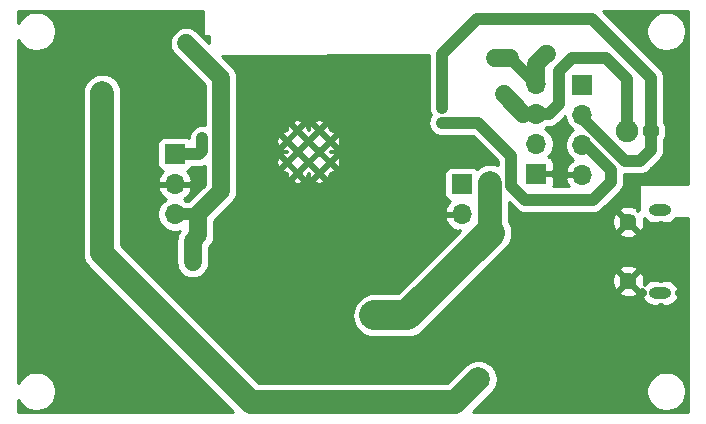
<source format=gbl>
G04 #@! TF.GenerationSoftware,KiCad,Pcbnew,(5.1.9)-1*
G04 #@! TF.CreationDate,2021-04-15T13:25:18+02:00*
G04 #@! TF.ProjectId,microfoon,6d696372-6f66-46f6-9f6e-2e6b69636164,rev?*
G04 #@! TF.SameCoordinates,Original*
G04 #@! TF.FileFunction,Copper,L2,Bot*
G04 #@! TF.FilePolarity,Positive*
%FSLAX46Y46*%
G04 Gerber Fmt 4.6, Leading zero omitted, Abs format (unit mm)*
G04 Created by KiCad (PCBNEW (5.1.9)-1) date 2021-04-15 13:25:18*
%MOMM*%
%LPD*%
G01*
G04 APERTURE LIST*
G04 #@! TA.AperFunction,ComponentPad*
%ADD10C,1.450000*%
G04 #@! TD*
G04 #@! TA.AperFunction,ComponentPad*
%ADD11O,1.900000X0.950000*%
G04 #@! TD*
G04 #@! TA.AperFunction,ComponentPad*
%ADD12C,0.500000*%
G04 #@! TD*
G04 #@! TA.AperFunction,ComponentPad*
%ADD13R,1.700000X1.700000*%
G04 #@! TD*
G04 #@! TA.AperFunction,ComponentPad*
%ADD14O,1.700000X1.700000*%
G04 #@! TD*
G04 #@! TA.AperFunction,ViaPad*
%ADD15C,1.700000*%
G04 #@! TD*
G04 #@! TA.AperFunction,ViaPad*
%ADD16C,2.000000*%
G04 #@! TD*
G04 #@! TA.AperFunction,ViaPad*
%ADD17C,1.000000*%
G04 #@! TD*
G04 #@! TA.AperFunction,ViaPad*
%ADD18C,1.200000*%
G04 #@! TD*
G04 #@! TA.AperFunction,ViaPad*
%ADD19C,0.800000*%
G04 #@! TD*
G04 #@! TA.AperFunction,ViaPad*
%ADD20C,1.400000*%
G04 #@! TD*
G04 #@! TA.AperFunction,ViaPad*
%ADD21C,1.900000*%
G04 #@! TD*
G04 #@! TA.AperFunction,ViaPad*
%ADD22C,1.500000*%
G04 #@! TD*
G04 #@! TA.AperFunction,Conductor*
%ADD23C,1.500000*%
G04 #@! TD*
G04 #@! TA.AperFunction,Conductor*
%ADD24C,1.000000*%
G04 #@! TD*
G04 #@! TA.AperFunction,Conductor*
%ADD25C,2.000000*%
G04 #@! TD*
G04 #@! TA.AperFunction,Conductor*
%ADD26C,2.500000*%
G04 #@! TD*
G04 #@! TA.AperFunction,Conductor*
%ADD27C,0.250000*%
G04 #@! TD*
G04 #@! TA.AperFunction,Conductor*
%ADD28C,0.100000*%
G04 #@! TD*
G04 APERTURE END LIST*
D10*
X137000000Y-58300000D03*
X137000000Y-63300000D03*
D11*
X139700000Y-57300000D03*
X139700000Y-64300000D03*
D12*
X108982500Y-50505000D03*
X110817500Y-50505000D03*
X108065000Y-51422500D03*
X109900000Y-51422500D03*
X111735000Y-51422500D03*
X108982500Y-52340000D03*
X110817500Y-52340000D03*
X108065000Y-53257500D03*
X109900000Y-53257500D03*
X111735000Y-53257500D03*
X108982500Y-54175000D03*
X110817500Y-54175000D03*
D13*
X98600000Y-52560000D03*
D14*
X98600000Y-55100000D03*
X98600000Y-57640000D03*
D13*
X133100000Y-46700000D03*
D14*
X133100000Y-49240000D03*
X133100000Y-51780000D03*
X133100000Y-54320000D03*
X129200000Y-46600000D03*
X129200000Y-49140000D03*
X129200000Y-51680000D03*
D13*
X129200000Y-54220000D03*
X122900000Y-55100000D03*
D14*
X122900000Y-57640000D03*
D15*
X125300006Y-55000000D03*
D16*
X115500000Y-66200000D03*
D17*
X100100000Y-61699996D03*
D18*
X99568008Y-43180000D03*
D19*
X100900000Y-51190002D03*
D17*
X121250000Y-48650000D03*
D20*
X138900000Y-50600000D03*
D17*
X121200000Y-49900000D03*
D21*
X136900000Y-50600000D03*
D18*
X126450000Y-47500000D03*
D19*
X129200000Y-49140000D03*
D18*
X125700000Y-44400000D03*
X130100000Y-44100000D03*
D16*
X124300000Y-71600000D03*
D22*
X92456000Y-47379998D03*
D23*
X100560000Y-57640000D02*
X100560000Y-59440000D01*
D24*
X100560000Y-57640000D02*
X98800000Y-57640000D01*
D25*
X125300006Y-56202081D02*
X125300006Y-55000000D01*
X125300006Y-59199994D02*
X125300006Y-56202081D01*
X125300000Y-59200000D02*
X125300006Y-59199994D01*
D26*
X118300000Y-66200000D02*
X116914213Y-66200000D01*
X116914213Y-66200000D02*
X115500000Y-66200000D01*
X125300000Y-59200000D02*
X118300000Y-66200000D01*
D23*
X100100000Y-59900000D02*
X100100000Y-60992890D01*
X100100000Y-60992890D02*
X100100000Y-61699996D01*
X100560000Y-59440000D02*
X100100000Y-59900000D01*
X102500011Y-55699989D02*
X102500011Y-46112003D01*
X100560000Y-57640000D02*
X102500011Y-55699989D01*
X102500011Y-46112003D02*
X99568008Y-43180000D01*
D24*
X100650000Y-52560000D02*
X100900000Y-52310000D01*
X98600000Y-52560000D02*
X100650000Y-52560000D01*
X100900000Y-52310000D02*
X100900000Y-51190002D01*
X136700000Y-53100000D02*
X133000000Y-49400000D01*
X138000000Y-53100000D02*
X136700000Y-53100000D01*
X133000000Y-49400000D02*
X133000000Y-49170000D01*
X138900000Y-52200000D02*
X138000000Y-53100000D01*
X138900000Y-50600000D02*
X138900000Y-52200000D01*
X138900000Y-46100000D02*
X138900000Y-50600000D01*
X133948000Y-41148000D02*
X138900000Y-46100000D01*
X124152000Y-41148000D02*
X133948000Y-41148000D01*
X121250000Y-44050000D02*
X124152000Y-41148000D01*
X121250000Y-48650000D02*
X121250000Y-44050000D01*
X135500000Y-53900000D02*
X133380000Y-51780000D01*
X133380000Y-51780000D02*
X133100000Y-51780000D01*
X135500000Y-54900000D02*
X135500000Y-53900000D01*
X124300000Y-49900000D02*
X127100000Y-52700000D01*
X127100000Y-55234315D02*
X128265685Y-56400000D01*
X134000000Y-56400000D02*
X135500000Y-54900000D01*
X121200000Y-49900000D02*
X124300000Y-49900000D01*
X128265685Y-56400000D02*
X134000000Y-56400000D01*
X127100000Y-52700000D02*
X127100000Y-55234315D01*
X130260000Y-49140000D02*
X131100000Y-48300000D01*
X131100000Y-48300000D02*
X131100000Y-45500000D01*
X131100000Y-45500000D02*
X132200000Y-44400000D01*
X132200000Y-44400000D02*
X135100000Y-44400000D01*
X136900000Y-46200000D02*
X136900000Y-50600000D01*
X135100000Y-44400000D02*
X136900000Y-46200000D01*
X129200000Y-49140000D02*
X130260000Y-49140000D01*
D23*
X128090000Y-49140000D02*
X126450000Y-47500000D01*
D24*
X129200000Y-49140000D02*
X128090000Y-49140000D01*
X127000000Y-44400000D02*
X129200000Y-46600000D01*
D23*
X125700000Y-44400000D02*
X127000000Y-44400000D01*
X130000000Y-44100000D02*
X130100000Y-44100000D01*
X129200000Y-46600000D02*
X129200000Y-44900000D01*
X129200000Y-44900000D02*
X130000000Y-44100000D01*
D25*
X92456000Y-48635998D02*
X92456000Y-47379998D01*
X105046009Y-73550009D02*
X92456000Y-60960000D01*
X122349991Y-73550009D02*
X105046009Y-73550009D01*
X92456000Y-60960000D02*
X92456000Y-48635998D01*
X124300000Y-71600000D02*
X122349991Y-73550009D01*
D27*
X100988095Y-42542500D02*
X101475000Y-42542500D01*
X101475000Y-43142449D01*
X100492515Y-42159964D01*
X100335613Y-42031198D01*
X100096743Y-41903519D01*
X99837554Y-41824896D01*
X99568008Y-41798348D01*
X99298462Y-41824896D01*
X99039273Y-41903519D01*
X98800403Y-42031198D01*
X98591032Y-42203024D01*
X98419206Y-42412395D01*
X98291527Y-42651265D01*
X98212904Y-42910454D01*
X98186356Y-43180000D01*
X98212904Y-43449546D01*
X98291527Y-43708735D01*
X98419206Y-43947605D01*
X98547972Y-44104507D01*
X101125012Y-46681547D01*
X101125012Y-50082637D01*
X101120538Y-50081280D01*
X100900000Y-50059559D01*
X100679463Y-50081280D01*
X100467399Y-50145609D01*
X100271961Y-50250073D01*
X100100657Y-50390658D01*
X99960072Y-50561962D01*
X99855608Y-50757400D01*
X99791278Y-50969464D01*
X99775000Y-51134738D01*
X99775000Y-51175036D01*
X99690334Y-51129781D01*
X99572521Y-51094043D01*
X99450000Y-51081976D01*
X97750000Y-51081976D01*
X97627479Y-51094043D01*
X97509666Y-51129781D01*
X97401089Y-51187817D01*
X97305920Y-51265920D01*
X97227817Y-51361089D01*
X97169781Y-51469666D01*
X97134043Y-51587479D01*
X97121976Y-51710000D01*
X97121976Y-53410000D01*
X97134043Y-53532521D01*
X97169781Y-53650334D01*
X97227817Y-53758911D01*
X97305920Y-53854080D01*
X97401089Y-53932183D01*
X97509666Y-53990219D01*
X97597393Y-54016831D01*
X97502423Y-54102689D01*
X97328947Y-54335979D01*
X97204317Y-54598630D01*
X97160990Y-54741475D01*
X97281546Y-54971000D01*
X98471000Y-54971000D01*
X98471000Y-54951000D01*
X98729000Y-54951000D01*
X98729000Y-54971000D01*
X99918454Y-54971000D01*
X100039010Y-54741475D01*
X99995683Y-54598630D01*
X99871053Y-54335979D01*
X99697577Y-54102689D01*
X99602607Y-54016831D01*
X99690334Y-53990219D01*
X99798911Y-53932183D01*
X99894080Y-53854080D01*
X99972183Y-53758911D01*
X100011690Y-53685000D01*
X100594739Y-53685000D01*
X100650000Y-53690443D01*
X100705261Y-53685000D01*
X100705264Y-53685000D01*
X100870538Y-53668722D01*
X101082602Y-53604393D01*
X101125011Y-53581725D01*
X101125011Y-55130445D01*
X99740457Y-56515000D01*
X99560965Y-56515000D01*
X99540258Y-56494293D01*
X99353123Y-56369253D01*
X99481922Y-56292275D01*
X99697577Y-56097311D01*
X99871053Y-55864021D01*
X99995683Y-55601370D01*
X100039010Y-55458525D01*
X99918454Y-55229000D01*
X98729000Y-55229000D01*
X98729000Y-55249000D01*
X98471000Y-55249000D01*
X98471000Y-55229000D01*
X97281546Y-55229000D01*
X97160990Y-55458525D01*
X97204317Y-55601370D01*
X97328947Y-55864021D01*
X97502423Y-56097311D01*
X97718078Y-56292275D01*
X97846877Y-56369253D01*
X97659742Y-56494293D01*
X97454293Y-56699742D01*
X97292872Y-56941325D01*
X97181683Y-57209758D01*
X97125000Y-57494725D01*
X97125000Y-57785275D01*
X97181683Y-58070242D01*
X97292872Y-58338675D01*
X97454293Y-58580258D01*
X97659742Y-58785707D01*
X97901325Y-58947128D01*
X98169758Y-59058317D01*
X98454725Y-59115000D01*
X98745275Y-59115000D01*
X99008432Y-59062655D01*
X98951198Y-59132395D01*
X98830335Y-59358513D01*
X98823519Y-59371265D01*
X98744895Y-59630454D01*
X98725000Y-59832452D01*
X98725000Y-59832461D01*
X98718348Y-59900000D01*
X98725000Y-59967539D01*
X98725000Y-61767545D01*
X98744895Y-61969543D01*
X98823519Y-62228732D01*
X98951198Y-62467601D01*
X99123025Y-62676972D01*
X99332396Y-62848798D01*
X99571265Y-62976477D01*
X99830454Y-63055101D01*
X100100000Y-63081649D01*
X100369547Y-63055101D01*
X100628736Y-62976477D01*
X100867605Y-62848798D01*
X101076976Y-62676972D01*
X101248802Y-62467601D01*
X101376481Y-62228732D01*
X101455105Y-61969542D01*
X101475000Y-61767544D01*
X101475000Y-60469543D01*
X101484506Y-60460037D01*
X101536976Y-60416976D01*
X101708802Y-60207605D01*
X101836481Y-59968736D01*
X101915105Y-59709547D01*
X101935000Y-59507549D01*
X101935000Y-59507540D01*
X101941652Y-59440001D01*
X101935000Y-59372462D01*
X101935000Y-58209543D01*
X103424527Y-56720017D01*
X103476986Y-56676965D01*
X103520039Y-56624505D01*
X103520047Y-56624497D01*
X103648813Y-56467595D01*
X103776492Y-56228725D01*
X103791436Y-56179461D01*
X103855116Y-55969536D01*
X103875011Y-55767538D01*
X103875011Y-55767528D01*
X103881663Y-55699989D01*
X103875011Y-55632450D01*
X103875011Y-54771251D01*
X108563026Y-54771251D01*
X108567303Y-54959133D01*
X108728258Y-55025066D01*
X108898983Y-55058333D01*
X109072918Y-55057653D01*
X109243378Y-55023054D01*
X109397697Y-54959133D01*
X109401974Y-54771251D01*
X110398026Y-54771251D01*
X110402303Y-54959133D01*
X110563258Y-55025066D01*
X110733983Y-55058333D01*
X110907918Y-55057653D01*
X111078378Y-55023054D01*
X111232697Y-54959133D01*
X111236974Y-54771251D01*
X110817500Y-54351777D01*
X110398026Y-54771251D01*
X109401974Y-54771251D01*
X108982500Y-54351777D01*
X108563026Y-54771251D01*
X103875011Y-54771251D01*
X103875011Y-53853751D01*
X107645526Y-53853751D01*
X107649803Y-54041633D01*
X107810758Y-54107566D01*
X107981483Y-54140833D01*
X108099358Y-54140372D01*
X108099847Y-54265418D01*
X108134446Y-54435878D01*
X108198367Y-54590197D01*
X108386249Y-54594474D01*
X108805723Y-54175000D01*
X109159277Y-54175000D01*
X109578751Y-54594474D01*
X109766633Y-54590197D01*
X109832566Y-54429242D01*
X109865833Y-54258517D01*
X109865372Y-54140642D01*
X109934358Y-54140372D01*
X109934847Y-54265418D01*
X109969446Y-54435878D01*
X110033367Y-54590197D01*
X110221249Y-54594474D01*
X110640723Y-54175000D01*
X110994277Y-54175000D01*
X111413751Y-54594474D01*
X111601633Y-54590197D01*
X111667566Y-54429242D01*
X111700833Y-54258517D01*
X111700372Y-54140642D01*
X111825418Y-54140153D01*
X111995878Y-54105554D01*
X112150197Y-54041633D01*
X112154474Y-53853751D01*
X111735000Y-53434277D01*
X110994277Y-54175000D01*
X110640723Y-54175000D01*
X109900000Y-53434277D01*
X109159277Y-54175000D01*
X108805723Y-54175000D01*
X108065000Y-53434277D01*
X107645526Y-53853751D01*
X103875011Y-53853751D01*
X103875011Y-53173983D01*
X107181667Y-53173983D01*
X107182347Y-53347918D01*
X107216946Y-53518378D01*
X107280867Y-53672697D01*
X107468749Y-53676974D01*
X107888223Y-53257500D01*
X108241777Y-53257500D01*
X108982500Y-53998223D01*
X109723223Y-53257500D01*
X110076777Y-53257500D01*
X110817500Y-53998223D01*
X111558223Y-53257500D01*
X111911777Y-53257500D01*
X112331251Y-53676974D01*
X112519133Y-53672697D01*
X112585066Y-53511742D01*
X112618333Y-53341017D01*
X112617653Y-53167082D01*
X112583054Y-52996622D01*
X112519133Y-52842303D01*
X112331251Y-52838026D01*
X111911777Y-53257500D01*
X111558223Y-53257500D01*
X110817500Y-52516777D01*
X110076777Y-53257500D01*
X109723223Y-53257500D01*
X108982500Y-52516777D01*
X108241777Y-53257500D01*
X107888223Y-53257500D01*
X107468749Y-52838026D01*
X107280867Y-52842303D01*
X107214934Y-53003258D01*
X107181667Y-53173983D01*
X103875011Y-53173983D01*
X103875011Y-52018751D01*
X107645526Y-52018751D01*
X107649803Y-52206633D01*
X107810758Y-52272566D01*
X107981483Y-52305833D01*
X108099358Y-52305372D01*
X108099628Y-52374358D01*
X107974582Y-52374847D01*
X107804122Y-52409446D01*
X107649803Y-52473367D01*
X107645526Y-52661249D01*
X108065000Y-53080723D01*
X108805723Y-52340000D01*
X109159277Y-52340000D01*
X109900000Y-53080723D01*
X110640723Y-52340000D01*
X110994277Y-52340000D01*
X111735000Y-53080723D01*
X112154474Y-52661249D01*
X112150197Y-52473367D01*
X111989242Y-52407434D01*
X111818517Y-52374167D01*
X111700642Y-52374628D01*
X111700372Y-52305642D01*
X111825418Y-52305153D01*
X111995878Y-52270554D01*
X112150197Y-52206633D01*
X112154474Y-52018751D01*
X111735000Y-51599277D01*
X110994277Y-52340000D01*
X110640723Y-52340000D01*
X109900000Y-51599277D01*
X109159277Y-52340000D01*
X108805723Y-52340000D01*
X108065000Y-51599277D01*
X107645526Y-52018751D01*
X103875011Y-52018751D01*
X103875011Y-51338983D01*
X107181667Y-51338983D01*
X107182347Y-51512918D01*
X107216946Y-51683378D01*
X107280867Y-51837697D01*
X107468749Y-51841974D01*
X107888223Y-51422500D01*
X108241777Y-51422500D01*
X108982500Y-52163223D01*
X109723223Y-51422500D01*
X110076777Y-51422500D01*
X110817500Y-52163223D01*
X111558223Y-51422500D01*
X111911777Y-51422500D01*
X112331251Y-51841974D01*
X112519133Y-51837697D01*
X112585066Y-51676742D01*
X112618333Y-51506017D01*
X112617653Y-51332082D01*
X112583054Y-51161622D01*
X112519133Y-51007303D01*
X112331251Y-51003026D01*
X111911777Y-51422500D01*
X111558223Y-51422500D01*
X110817500Y-50681777D01*
X110076777Y-51422500D01*
X109723223Y-51422500D01*
X108982500Y-50681777D01*
X108241777Y-51422500D01*
X107888223Y-51422500D01*
X107468749Y-51003026D01*
X107280867Y-51007303D01*
X107214934Y-51168258D01*
X107181667Y-51338983D01*
X103875011Y-51338983D01*
X103875011Y-50826249D01*
X107645526Y-50826249D01*
X108065000Y-51245723D01*
X108805723Y-50505000D01*
X109159277Y-50505000D01*
X109900000Y-51245723D01*
X110640723Y-50505000D01*
X110994277Y-50505000D01*
X111735000Y-51245723D01*
X112154474Y-50826249D01*
X112150197Y-50638367D01*
X111989242Y-50572434D01*
X111818517Y-50539167D01*
X111700642Y-50539628D01*
X111700153Y-50414582D01*
X111665554Y-50244122D01*
X111601633Y-50089803D01*
X111413751Y-50085526D01*
X110994277Y-50505000D01*
X110640723Y-50505000D01*
X110221249Y-50085526D01*
X110033367Y-50089803D01*
X109967434Y-50250758D01*
X109934167Y-50421483D01*
X109934628Y-50539358D01*
X109865642Y-50539628D01*
X109865153Y-50414582D01*
X109830554Y-50244122D01*
X109766633Y-50089803D01*
X109578751Y-50085526D01*
X109159277Y-50505000D01*
X108805723Y-50505000D01*
X108386249Y-50085526D01*
X108198367Y-50089803D01*
X108132434Y-50250758D01*
X108099167Y-50421483D01*
X108099628Y-50539358D01*
X107974582Y-50539847D01*
X107804122Y-50574446D01*
X107649803Y-50638367D01*
X107645526Y-50826249D01*
X103875011Y-50826249D01*
X103875011Y-49908749D01*
X108563026Y-49908749D01*
X108982500Y-50328223D01*
X109401974Y-49908749D01*
X110398026Y-49908749D01*
X110817500Y-50328223D01*
X111236974Y-49908749D01*
X111232697Y-49720867D01*
X111071742Y-49654934D01*
X110901017Y-49621667D01*
X110727082Y-49622347D01*
X110556622Y-49656946D01*
X110402303Y-49720867D01*
X110398026Y-49908749D01*
X109401974Y-49908749D01*
X109397697Y-49720867D01*
X109236742Y-49654934D01*
X109066017Y-49621667D01*
X108892082Y-49622347D01*
X108721622Y-49656946D01*
X108567303Y-49720867D01*
X108563026Y-49908749D01*
X103875011Y-49908749D01*
X103875011Y-46179541D01*
X103881663Y-46112002D01*
X103875011Y-46044463D01*
X103875011Y-46044454D01*
X103855116Y-45842456D01*
X103776492Y-45583267D01*
X103693287Y-45427602D01*
X103648813Y-45344397D01*
X103520046Y-45187495D01*
X103476987Y-45135027D01*
X103424517Y-45091966D01*
X102612721Y-44280170D01*
X120125001Y-44127403D01*
X120125000Y-48539197D01*
X120125000Y-48760803D01*
X120135835Y-48815275D01*
X120141278Y-48870537D01*
X120157397Y-48923675D01*
X120168233Y-48978150D01*
X120189488Y-49029464D01*
X120205607Y-49082601D01*
X120231783Y-49131573D01*
X120253038Y-49182887D01*
X120283894Y-49229065D01*
X120288382Y-49237463D01*
X120260071Y-49271960D01*
X120233893Y-49320936D01*
X120203038Y-49367113D01*
X120181784Y-49418424D01*
X120155607Y-49467398D01*
X120139487Y-49520538D01*
X120118233Y-49571850D01*
X120107398Y-49626322D01*
X120091278Y-49679462D01*
X120085835Y-49734726D01*
X120075000Y-49789197D01*
X120075000Y-49844736D01*
X120069557Y-49900000D01*
X120075000Y-49955264D01*
X120075000Y-50010803D01*
X120085835Y-50065274D01*
X120091278Y-50120538D01*
X120107398Y-50173678D01*
X120118233Y-50228150D01*
X120139487Y-50279462D01*
X120155607Y-50332602D01*
X120181784Y-50381576D01*
X120203038Y-50432887D01*
X120233893Y-50479064D01*
X120260071Y-50528040D01*
X120295303Y-50570970D01*
X120326156Y-50617145D01*
X120365422Y-50656411D01*
X120400656Y-50699344D01*
X120443589Y-50734578D01*
X120482855Y-50773844D01*
X120529030Y-50804697D01*
X120571960Y-50839929D01*
X120620936Y-50866107D01*
X120667113Y-50896962D01*
X120718424Y-50918216D01*
X120767398Y-50944393D01*
X120820538Y-50960513D01*
X120871850Y-50981767D01*
X120926322Y-50992602D01*
X120979462Y-51008722D01*
X121034726Y-51014165D01*
X121089197Y-51025000D01*
X123834011Y-51025000D01*
X125975000Y-53165990D01*
X125975000Y-53518225D01*
X125924875Y-53491432D01*
X125618562Y-53398513D01*
X125300006Y-53367138D01*
X124981451Y-53398513D01*
X124675138Y-53491432D01*
X124392837Y-53642325D01*
X124193788Y-53805680D01*
X124098911Y-53727817D01*
X123990334Y-53669781D01*
X123872521Y-53634043D01*
X123750000Y-53621976D01*
X122050000Y-53621976D01*
X121927479Y-53634043D01*
X121809666Y-53669781D01*
X121701089Y-53727817D01*
X121605920Y-53805920D01*
X121527817Y-53901089D01*
X121469781Y-54009666D01*
X121434043Y-54127479D01*
X121421976Y-54250000D01*
X121421976Y-55950000D01*
X121434043Y-56072521D01*
X121469781Y-56190334D01*
X121527817Y-56298911D01*
X121605920Y-56394080D01*
X121701089Y-56472183D01*
X121809666Y-56530219D01*
X121897393Y-56556831D01*
X121802423Y-56642689D01*
X121628947Y-56875979D01*
X121504317Y-57138630D01*
X121460990Y-57281475D01*
X121581546Y-57511000D01*
X122771000Y-57511000D01*
X122771000Y-57491000D01*
X123029000Y-57491000D01*
X123029000Y-57511000D01*
X123049000Y-57511000D01*
X123049000Y-57769000D01*
X123029000Y-57769000D01*
X123029000Y-57789000D01*
X122771000Y-57789000D01*
X122771000Y-57769000D01*
X121581546Y-57769000D01*
X121460990Y-57998525D01*
X121504317Y-58141370D01*
X121628947Y-58404021D01*
X121802423Y-58637311D01*
X122018078Y-58832275D01*
X122267625Y-58981420D01*
X122541474Y-59079015D01*
X122770998Y-58959135D01*
X122770998Y-59077351D01*
X117523350Y-64325000D01*
X115407891Y-64325000D01*
X115132436Y-64352130D01*
X114778997Y-64459344D01*
X114453266Y-64633451D01*
X114167760Y-64867760D01*
X113933451Y-65153266D01*
X113759344Y-65478997D01*
X113652130Y-65832436D01*
X113615928Y-66200000D01*
X113652130Y-66567564D01*
X113759344Y-66921003D01*
X113933451Y-67246734D01*
X114167760Y-67532240D01*
X114453266Y-67766549D01*
X114778997Y-67940656D01*
X115132436Y-68047870D01*
X115407891Y-68075000D01*
X118207898Y-68075000D01*
X118300000Y-68084071D01*
X118392102Y-68075000D01*
X118392109Y-68075000D01*
X118667564Y-68047870D01*
X119021003Y-67940656D01*
X119346734Y-67766549D01*
X119632240Y-67532240D01*
X119690958Y-67460692D01*
X122912327Y-64239323D01*
X136243110Y-64239323D01*
X136305881Y-64474842D01*
X136548418Y-64587683D01*
X136808310Y-64651040D01*
X137075568Y-64662477D01*
X137339922Y-64621554D01*
X137591213Y-64529846D01*
X137694119Y-64474842D01*
X137756890Y-64239323D01*
X137000000Y-63482434D01*
X136243110Y-64239323D01*
X122912327Y-64239323D01*
X123776082Y-63375568D01*
X135637523Y-63375568D01*
X135678446Y-63639922D01*
X135770154Y-63891213D01*
X135825158Y-63994119D01*
X136060677Y-64056890D01*
X136817566Y-63300000D01*
X137182434Y-63300000D01*
X137939323Y-64056890D01*
X138159006Y-63998340D01*
X138158264Y-64000438D01*
X138284052Y-64171000D01*
X138384469Y-64171000D01*
X138384013Y-64173223D01*
X138383093Y-64182603D01*
X138377786Y-64240911D01*
X138378212Y-64302085D01*
X138377785Y-64363270D01*
X138378704Y-64372638D01*
X138378704Y-64372644D01*
X138378705Y-64372649D01*
X138384628Y-64429000D01*
X138284052Y-64429000D01*
X138158264Y-64599562D01*
X138232063Y-64808313D01*
X138350309Y-64992258D01*
X138502169Y-65149600D01*
X138681807Y-65274292D01*
X138882319Y-65361543D01*
X139096000Y-65408000D01*
X139571000Y-65408000D01*
X139571000Y-65275000D01*
X139829000Y-65275000D01*
X139829000Y-65408000D01*
X140304000Y-65408000D01*
X140517681Y-65361543D01*
X140718193Y-65274292D01*
X140897831Y-65149600D01*
X141049691Y-64992258D01*
X141167937Y-64808313D01*
X141241736Y-64599562D01*
X141115948Y-64429000D01*
X141015531Y-64429000D01*
X141015987Y-64426777D01*
X141016907Y-64417397D01*
X141022214Y-64359089D01*
X141021788Y-64297915D01*
X141022215Y-64236730D01*
X141021296Y-64227362D01*
X141021296Y-64227356D01*
X141021295Y-64227351D01*
X141015372Y-64171000D01*
X141115948Y-64171000D01*
X141241736Y-64000438D01*
X141167937Y-63791687D01*
X141049691Y-63607742D01*
X140897831Y-63450400D01*
X140718193Y-63325708D01*
X140517681Y-63238457D01*
X140304000Y-63192000D01*
X139829000Y-63192000D01*
X139829000Y-63325000D01*
X139571000Y-63325000D01*
X139571000Y-63192000D01*
X139096000Y-63192000D01*
X138882319Y-63238457D01*
X138681807Y-63325708D01*
X138502169Y-63450400D01*
X138350309Y-63607742D01*
X138305912Y-63676807D01*
X138351040Y-63491690D01*
X138362477Y-63224432D01*
X138321554Y-62960078D01*
X138229846Y-62708787D01*
X138174842Y-62605881D01*
X137939323Y-62543110D01*
X137182434Y-63300000D01*
X136817566Y-63300000D01*
X136060677Y-62543110D01*
X135825158Y-62605881D01*
X135712317Y-62848418D01*
X135648960Y-63108310D01*
X135637523Y-63375568D01*
X123776082Y-63375568D01*
X124790973Y-62360677D01*
X136243110Y-62360677D01*
X137000000Y-63117566D01*
X137756890Y-62360677D01*
X137694119Y-62125158D01*
X137451582Y-62012317D01*
X137191690Y-61948960D01*
X136924432Y-61937523D01*
X136660078Y-61978446D01*
X136408787Y-62070154D01*
X136305881Y-62125158D01*
X136243110Y-62360677D01*
X124790973Y-62360677D01*
X126690956Y-60460695D01*
X126866548Y-60246735D01*
X127040655Y-59921004D01*
X127147870Y-59567565D01*
X127180198Y-59239323D01*
X136243110Y-59239323D01*
X136305881Y-59474842D01*
X136548418Y-59587683D01*
X136808310Y-59651040D01*
X137075568Y-59662477D01*
X137339922Y-59621554D01*
X137591213Y-59529846D01*
X137694119Y-59474842D01*
X137756890Y-59239323D01*
X137000000Y-58482434D01*
X136243110Y-59239323D01*
X127180198Y-59239323D01*
X127184071Y-59200000D01*
X127147870Y-58832436D01*
X127040655Y-58478997D01*
X126985372Y-58375568D01*
X135637523Y-58375568D01*
X135678446Y-58639922D01*
X135770154Y-58891213D01*
X135825158Y-58994119D01*
X136060677Y-59056890D01*
X136817566Y-58300000D01*
X136060677Y-57543110D01*
X135825158Y-57605881D01*
X135712317Y-57848418D01*
X135648960Y-58108310D01*
X135637523Y-58375568D01*
X126985372Y-58375568D01*
X126925006Y-58262633D01*
X126925006Y-56650311D01*
X127431115Y-57156421D01*
X127466341Y-57199344D01*
X127509263Y-57234569D01*
X127509267Y-57234573D01*
X127637644Y-57339929D01*
X127807800Y-57430879D01*
X127833083Y-57444393D01*
X128045147Y-57508722D01*
X128210421Y-57525000D01*
X128210423Y-57525000D01*
X128265685Y-57530443D01*
X128320947Y-57525000D01*
X133944739Y-57525000D01*
X134000000Y-57530443D01*
X134055261Y-57525000D01*
X134055264Y-57525000D01*
X134220538Y-57508722D01*
X134432602Y-57444393D01*
X134628040Y-57339929D01*
X134799344Y-57199344D01*
X134834578Y-57156411D01*
X136256416Y-55734574D01*
X136299344Y-55699344D01*
X136426216Y-55544750D01*
X136439928Y-55528042D01*
X136476259Y-55460071D01*
X136544393Y-55332602D01*
X136608722Y-55120538D01*
X136625000Y-54955264D01*
X136625000Y-54955255D01*
X136630442Y-54900001D01*
X136625000Y-54844747D01*
X136625000Y-54223056D01*
X136644736Y-54225000D01*
X136644745Y-54225000D01*
X136699999Y-54230442D01*
X136755253Y-54225000D01*
X137944739Y-54225000D01*
X138000000Y-54230443D01*
X138055261Y-54225000D01*
X138055264Y-54225000D01*
X138220538Y-54208722D01*
X138432602Y-54144393D01*
X138628040Y-54039929D01*
X138799344Y-53899344D01*
X138834578Y-53856411D01*
X139656416Y-53034574D01*
X139699344Y-52999344D01*
X139776770Y-52905000D01*
X139839928Y-52828042D01*
X139944393Y-52632602D01*
X140008722Y-52420538D01*
X140025000Y-52255264D01*
X140025000Y-52255255D01*
X140030442Y-52200001D01*
X140025000Y-52144747D01*
X140025000Y-51301256D01*
X140074200Y-51227623D01*
X140174081Y-50986488D01*
X140225000Y-50730501D01*
X140225000Y-50469499D01*
X140174081Y-50213512D01*
X140074200Y-49972377D01*
X140025000Y-49898744D01*
X140025000Y-46155262D01*
X140030443Y-46100000D01*
X140024972Y-46044454D01*
X140008722Y-45879462D01*
X139944393Y-45667398D01*
X139841554Y-45475000D01*
X139839929Y-45471959D01*
X139734572Y-45343582D01*
X139699344Y-45300656D01*
X139656416Y-45265426D01*
X136390017Y-41999027D01*
X138533000Y-41999027D01*
X138533000Y-42328973D01*
X138597369Y-42652580D01*
X138723634Y-42957410D01*
X138906942Y-43231751D01*
X139140249Y-43465058D01*
X139414590Y-43648366D01*
X139719420Y-43774631D01*
X140043027Y-43839000D01*
X140372973Y-43839000D01*
X140696580Y-43774631D01*
X141001410Y-43648366D01*
X141275751Y-43465058D01*
X141509058Y-43231751D01*
X141692366Y-42957410D01*
X141818631Y-42652580D01*
X141883000Y-42328973D01*
X141883000Y-41999027D01*
X141818631Y-41675420D01*
X141692366Y-41370590D01*
X141509058Y-41096249D01*
X141275751Y-40862942D01*
X141001410Y-40679634D01*
X140696580Y-40553369D01*
X140372973Y-40489000D01*
X140043027Y-40489000D01*
X139719420Y-40553369D01*
X139414590Y-40679634D01*
X139140249Y-40862942D01*
X138906942Y-41096249D01*
X138723634Y-41370590D01*
X138597369Y-41675420D01*
X138533000Y-41999027D01*
X136390017Y-41999027D01*
X134840989Y-40450000D01*
X142050001Y-40450000D01*
X142050001Y-55044040D01*
X137897068Y-55044040D01*
X137897068Y-57268129D01*
X137873251Y-57244312D01*
X137756889Y-57360674D01*
X137694119Y-57125158D01*
X137451582Y-57012317D01*
X137191690Y-56948960D01*
X136924432Y-56937523D01*
X136660078Y-56978446D01*
X136408787Y-57070154D01*
X136305881Y-57125158D01*
X136243110Y-57360677D01*
X137000000Y-58117566D01*
X137014142Y-58103424D01*
X137196576Y-58285858D01*
X137182434Y-58300000D01*
X137939323Y-59056890D01*
X138174842Y-58994119D01*
X138287683Y-58751582D01*
X138351040Y-58491690D01*
X138362477Y-58224432D01*
X138326037Y-57989040D01*
X138348240Y-57989040D01*
X138350309Y-57992258D01*
X138502169Y-58149600D01*
X138681807Y-58274292D01*
X138882319Y-58361543D01*
X139096000Y-58408000D01*
X139571000Y-58408000D01*
X139571000Y-58275000D01*
X139829000Y-58275000D01*
X139829000Y-58408000D01*
X140304000Y-58408000D01*
X140517681Y-58361543D01*
X140718193Y-58274292D01*
X140897831Y-58149600D01*
X141049691Y-57992258D01*
X141051760Y-57989040D01*
X142050000Y-57989040D01*
X142050000Y-74031931D01*
X142050001Y-74031941D01*
X142050001Y-74350000D01*
X123848096Y-74350000D01*
X125505492Y-72692605D01*
X125562220Y-72635877D01*
X125606790Y-72569173D01*
X125657675Y-72507170D01*
X125672717Y-72479027D01*
X138533000Y-72479027D01*
X138533000Y-72808973D01*
X138597369Y-73132580D01*
X138723634Y-73437410D01*
X138906942Y-73711751D01*
X139140249Y-73945058D01*
X139414590Y-74128366D01*
X139719420Y-74254631D01*
X140043027Y-74319000D01*
X140372973Y-74319000D01*
X140696580Y-74254631D01*
X141001410Y-74128366D01*
X141275751Y-73945058D01*
X141509058Y-73711751D01*
X141692366Y-73437410D01*
X141818631Y-73132580D01*
X141883000Y-72808973D01*
X141883000Y-72479027D01*
X141818631Y-72155420D01*
X141692366Y-71850590D01*
X141509058Y-71576249D01*
X141275751Y-71342942D01*
X141001410Y-71159634D01*
X140696580Y-71033369D01*
X140372973Y-70969000D01*
X140043027Y-70969000D01*
X139719420Y-71033369D01*
X139414590Y-71159634D01*
X139140249Y-71342942D01*
X138906942Y-71576249D01*
X138723634Y-71850590D01*
X138597369Y-72155420D01*
X138533000Y-72479027D01*
X125672717Y-72479027D01*
X125695484Y-72436434D01*
X125740057Y-72369726D01*
X125770760Y-72295603D01*
X125808567Y-72224870D01*
X125831850Y-72148116D01*
X125862552Y-72073995D01*
X125878203Y-71995313D01*
X125901487Y-71918556D01*
X125909349Y-71838731D01*
X125925000Y-71760049D01*
X125925000Y-71679825D01*
X125932862Y-71600001D01*
X125925000Y-71520177D01*
X125925000Y-71439951D01*
X125909349Y-71361268D01*
X125901487Y-71281445D01*
X125878204Y-71204690D01*
X125862552Y-71126005D01*
X125831849Y-71051881D01*
X125808567Y-70975131D01*
X125770761Y-70904401D01*
X125740057Y-70830274D01*
X125695482Y-70763562D01*
X125657675Y-70692831D01*
X125606794Y-70630833D01*
X125562220Y-70564123D01*
X125505486Y-70507389D01*
X125454607Y-70445393D01*
X125392611Y-70394514D01*
X125335877Y-70337780D01*
X125269167Y-70293206D01*
X125207169Y-70242325D01*
X125136438Y-70204518D01*
X125069726Y-70159943D01*
X124995599Y-70129239D01*
X124924869Y-70091433D01*
X124848119Y-70068151D01*
X124773995Y-70037448D01*
X124695310Y-70021796D01*
X124618555Y-69998513D01*
X124538732Y-69990651D01*
X124460049Y-69975000D01*
X124379823Y-69975000D01*
X124299999Y-69967138D01*
X124220175Y-69975000D01*
X124139951Y-69975000D01*
X124061269Y-69990651D01*
X123981444Y-69998513D01*
X123904687Y-70021797D01*
X123826005Y-70037448D01*
X123751884Y-70068150D01*
X123675130Y-70091433D01*
X123604397Y-70129240D01*
X123530274Y-70159943D01*
X123463566Y-70204516D01*
X123392830Y-70242325D01*
X123330827Y-70293210D01*
X123264123Y-70337780D01*
X123207395Y-70394508D01*
X121676895Y-71925009D01*
X105719106Y-71925009D01*
X94081000Y-60286904D01*
X94081000Y-47300174D01*
X94057487Y-47061442D01*
X93964568Y-46755129D01*
X93813675Y-46472828D01*
X93610608Y-46225390D01*
X93363170Y-46022323D01*
X93080869Y-45871430D01*
X92774556Y-45778511D01*
X92456000Y-45747136D01*
X92137445Y-45778511D01*
X91831132Y-45871430D01*
X91548831Y-46022323D01*
X91301393Y-46225390D01*
X91098326Y-46472828D01*
X90947432Y-46755129D01*
X90854513Y-47061442D01*
X90831000Y-47300174D01*
X90831000Y-48715821D01*
X90831001Y-48715831D01*
X90831000Y-60880176D01*
X90823138Y-60960000D01*
X90831000Y-61039823D01*
X90854513Y-61278555D01*
X90947432Y-61584868D01*
X91098325Y-61867169D01*
X91301392Y-62114608D01*
X91363403Y-62165499D01*
X103547903Y-74350000D01*
X85350000Y-74350000D01*
X85350000Y-73356211D01*
X85383634Y-73437410D01*
X85566942Y-73711751D01*
X85800249Y-73945058D01*
X86074590Y-74128366D01*
X86379420Y-74254631D01*
X86703027Y-74319000D01*
X87032973Y-74319000D01*
X87356580Y-74254631D01*
X87661410Y-74128366D01*
X87935751Y-73945058D01*
X88169058Y-73711751D01*
X88352366Y-73437410D01*
X88478631Y-73132580D01*
X88543000Y-72808973D01*
X88543000Y-72479027D01*
X88478631Y-72155420D01*
X88352366Y-71850590D01*
X88169058Y-71576249D01*
X87935751Y-71342942D01*
X87661410Y-71159634D01*
X87356580Y-71033369D01*
X87032973Y-70969000D01*
X86703027Y-70969000D01*
X86379420Y-71033369D01*
X86074590Y-71159634D01*
X85800249Y-71342942D01*
X85566942Y-71576249D01*
X85383634Y-71850590D01*
X85350000Y-71931789D01*
X85350000Y-42876211D01*
X85383634Y-42957410D01*
X85566942Y-43231751D01*
X85800249Y-43465058D01*
X86074590Y-43648366D01*
X86379420Y-43774631D01*
X86703027Y-43839000D01*
X87032973Y-43839000D01*
X87356580Y-43774631D01*
X87661410Y-43648366D01*
X87935751Y-43465058D01*
X88169058Y-43231751D01*
X88352366Y-42957410D01*
X88478631Y-42652580D01*
X88543000Y-42328973D01*
X88543000Y-41999027D01*
X88478631Y-41675420D01*
X88352366Y-41370590D01*
X88169058Y-41096249D01*
X87935751Y-40862942D01*
X87661410Y-40679634D01*
X87356580Y-40553369D01*
X87032973Y-40489000D01*
X86703027Y-40489000D01*
X86379420Y-40553369D01*
X86074590Y-40679634D01*
X85800249Y-40862942D01*
X85566942Y-41096249D01*
X85383634Y-41370590D01*
X85350000Y-41451789D01*
X85350000Y-40450000D01*
X100988095Y-40450000D01*
X100988095Y-42542500D01*
G04 #@! TA.AperFunction,Conductor*
D28*
G36*
X100988095Y-42542500D02*
G01*
X101475000Y-42542500D01*
X101475000Y-43142449D01*
X100492515Y-42159964D01*
X100335613Y-42031198D01*
X100096743Y-41903519D01*
X99837554Y-41824896D01*
X99568008Y-41798348D01*
X99298462Y-41824896D01*
X99039273Y-41903519D01*
X98800403Y-42031198D01*
X98591032Y-42203024D01*
X98419206Y-42412395D01*
X98291527Y-42651265D01*
X98212904Y-42910454D01*
X98186356Y-43180000D01*
X98212904Y-43449546D01*
X98291527Y-43708735D01*
X98419206Y-43947605D01*
X98547972Y-44104507D01*
X101125012Y-46681547D01*
X101125012Y-50082637D01*
X101120538Y-50081280D01*
X100900000Y-50059559D01*
X100679463Y-50081280D01*
X100467399Y-50145609D01*
X100271961Y-50250073D01*
X100100657Y-50390658D01*
X99960072Y-50561962D01*
X99855608Y-50757400D01*
X99791278Y-50969464D01*
X99775000Y-51134738D01*
X99775000Y-51175036D01*
X99690334Y-51129781D01*
X99572521Y-51094043D01*
X99450000Y-51081976D01*
X97750000Y-51081976D01*
X97627479Y-51094043D01*
X97509666Y-51129781D01*
X97401089Y-51187817D01*
X97305920Y-51265920D01*
X97227817Y-51361089D01*
X97169781Y-51469666D01*
X97134043Y-51587479D01*
X97121976Y-51710000D01*
X97121976Y-53410000D01*
X97134043Y-53532521D01*
X97169781Y-53650334D01*
X97227817Y-53758911D01*
X97305920Y-53854080D01*
X97401089Y-53932183D01*
X97509666Y-53990219D01*
X97597393Y-54016831D01*
X97502423Y-54102689D01*
X97328947Y-54335979D01*
X97204317Y-54598630D01*
X97160990Y-54741475D01*
X97281546Y-54971000D01*
X98471000Y-54971000D01*
X98471000Y-54951000D01*
X98729000Y-54951000D01*
X98729000Y-54971000D01*
X99918454Y-54971000D01*
X100039010Y-54741475D01*
X99995683Y-54598630D01*
X99871053Y-54335979D01*
X99697577Y-54102689D01*
X99602607Y-54016831D01*
X99690334Y-53990219D01*
X99798911Y-53932183D01*
X99894080Y-53854080D01*
X99972183Y-53758911D01*
X100011690Y-53685000D01*
X100594739Y-53685000D01*
X100650000Y-53690443D01*
X100705261Y-53685000D01*
X100705264Y-53685000D01*
X100870538Y-53668722D01*
X101082602Y-53604393D01*
X101125011Y-53581725D01*
X101125011Y-55130445D01*
X99740457Y-56515000D01*
X99560965Y-56515000D01*
X99540258Y-56494293D01*
X99353123Y-56369253D01*
X99481922Y-56292275D01*
X99697577Y-56097311D01*
X99871053Y-55864021D01*
X99995683Y-55601370D01*
X100039010Y-55458525D01*
X99918454Y-55229000D01*
X98729000Y-55229000D01*
X98729000Y-55249000D01*
X98471000Y-55249000D01*
X98471000Y-55229000D01*
X97281546Y-55229000D01*
X97160990Y-55458525D01*
X97204317Y-55601370D01*
X97328947Y-55864021D01*
X97502423Y-56097311D01*
X97718078Y-56292275D01*
X97846877Y-56369253D01*
X97659742Y-56494293D01*
X97454293Y-56699742D01*
X97292872Y-56941325D01*
X97181683Y-57209758D01*
X97125000Y-57494725D01*
X97125000Y-57785275D01*
X97181683Y-58070242D01*
X97292872Y-58338675D01*
X97454293Y-58580258D01*
X97659742Y-58785707D01*
X97901325Y-58947128D01*
X98169758Y-59058317D01*
X98454725Y-59115000D01*
X98745275Y-59115000D01*
X99008432Y-59062655D01*
X98951198Y-59132395D01*
X98830335Y-59358513D01*
X98823519Y-59371265D01*
X98744895Y-59630454D01*
X98725000Y-59832452D01*
X98725000Y-59832461D01*
X98718348Y-59900000D01*
X98725000Y-59967539D01*
X98725000Y-61767545D01*
X98744895Y-61969543D01*
X98823519Y-62228732D01*
X98951198Y-62467601D01*
X99123025Y-62676972D01*
X99332396Y-62848798D01*
X99571265Y-62976477D01*
X99830454Y-63055101D01*
X100100000Y-63081649D01*
X100369547Y-63055101D01*
X100628736Y-62976477D01*
X100867605Y-62848798D01*
X101076976Y-62676972D01*
X101248802Y-62467601D01*
X101376481Y-62228732D01*
X101455105Y-61969542D01*
X101475000Y-61767544D01*
X101475000Y-60469543D01*
X101484506Y-60460037D01*
X101536976Y-60416976D01*
X101708802Y-60207605D01*
X101836481Y-59968736D01*
X101915105Y-59709547D01*
X101935000Y-59507549D01*
X101935000Y-59507540D01*
X101941652Y-59440001D01*
X101935000Y-59372462D01*
X101935000Y-58209543D01*
X103424527Y-56720017D01*
X103476986Y-56676965D01*
X103520039Y-56624505D01*
X103520047Y-56624497D01*
X103648813Y-56467595D01*
X103776492Y-56228725D01*
X103791436Y-56179461D01*
X103855116Y-55969536D01*
X103875011Y-55767538D01*
X103875011Y-55767528D01*
X103881663Y-55699989D01*
X103875011Y-55632450D01*
X103875011Y-54771251D01*
X108563026Y-54771251D01*
X108567303Y-54959133D01*
X108728258Y-55025066D01*
X108898983Y-55058333D01*
X109072918Y-55057653D01*
X109243378Y-55023054D01*
X109397697Y-54959133D01*
X109401974Y-54771251D01*
X110398026Y-54771251D01*
X110402303Y-54959133D01*
X110563258Y-55025066D01*
X110733983Y-55058333D01*
X110907918Y-55057653D01*
X111078378Y-55023054D01*
X111232697Y-54959133D01*
X111236974Y-54771251D01*
X110817500Y-54351777D01*
X110398026Y-54771251D01*
X109401974Y-54771251D01*
X108982500Y-54351777D01*
X108563026Y-54771251D01*
X103875011Y-54771251D01*
X103875011Y-53853751D01*
X107645526Y-53853751D01*
X107649803Y-54041633D01*
X107810758Y-54107566D01*
X107981483Y-54140833D01*
X108099358Y-54140372D01*
X108099847Y-54265418D01*
X108134446Y-54435878D01*
X108198367Y-54590197D01*
X108386249Y-54594474D01*
X108805723Y-54175000D01*
X109159277Y-54175000D01*
X109578751Y-54594474D01*
X109766633Y-54590197D01*
X109832566Y-54429242D01*
X109865833Y-54258517D01*
X109865372Y-54140642D01*
X109934358Y-54140372D01*
X109934847Y-54265418D01*
X109969446Y-54435878D01*
X110033367Y-54590197D01*
X110221249Y-54594474D01*
X110640723Y-54175000D01*
X110994277Y-54175000D01*
X111413751Y-54594474D01*
X111601633Y-54590197D01*
X111667566Y-54429242D01*
X111700833Y-54258517D01*
X111700372Y-54140642D01*
X111825418Y-54140153D01*
X111995878Y-54105554D01*
X112150197Y-54041633D01*
X112154474Y-53853751D01*
X111735000Y-53434277D01*
X110994277Y-54175000D01*
X110640723Y-54175000D01*
X109900000Y-53434277D01*
X109159277Y-54175000D01*
X108805723Y-54175000D01*
X108065000Y-53434277D01*
X107645526Y-53853751D01*
X103875011Y-53853751D01*
X103875011Y-53173983D01*
X107181667Y-53173983D01*
X107182347Y-53347918D01*
X107216946Y-53518378D01*
X107280867Y-53672697D01*
X107468749Y-53676974D01*
X107888223Y-53257500D01*
X108241777Y-53257500D01*
X108982500Y-53998223D01*
X109723223Y-53257500D01*
X110076777Y-53257500D01*
X110817500Y-53998223D01*
X111558223Y-53257500D01*
X111911777Y-53257500D01*
X112331251Y-53676974D01*
X112519133Y-53672697D01*
X112585066Y-53511742D01*
X112618333Y-53341017D01*
X112617653Y-53167082D01*
X112583054Y-52996622D01*
X112519133Y-52842303D01*
X112331251Y-52838026D01*
X111911777Y-53257500D01*
X111558223Y-53257500D01*
X110817500Y-52516777D01*
X110076777Y-53257500D01*
X109723223Y-53257500D01*
X108982500Y-52516777D01*
X108241777Y-53257500D01*
X107888223Y-53257500D01*
X107468749Y-52838026D01*
X107280867Y-52842303D01*
X107214934Y-53003258D01*
X107181667Y-53173983D01*
X103875011Y-53173983D01*
X103875011Y-52018751D01*
X107645526Y-52018751D01*
X107649803Y-52206633D01*
X107810758Y-52272566D01*
X107981483Y-52305833D01*
X108099358Y-52305372D01*
X108099628Y-52374358D01*
X107974582Y-52374847D01*
X107804122Y-52409446D01*
X107649803Y-52473367D01*
X107645526Y-52661249D01*
X108065000Y-53080723D01*
X108805723Y-52340000D01*
X109159277Y-52340000D01*
X109900000Y-53080723D01*
X110640723Y-52340000D01*
X110994277Y-52340000D01*
X111735000Y-53080723D01*
X112154474Y-52661249D01*
X112150197Y-52473367D01*
X111989242Y-52407434D01*
X111818517Y-52374167D01*
X111700642Y-52374628D01*
X111700372Y-52305642D01*
X111825418Y-52305153D01*
X111995878Y-52270554D01*
X112150197Y-52206633D01*
X112154474Y-52018751D01*
X111735000Y-51599277D01*
X110994277Y-52340000D01*
X110640723Y-52340000D01*
X109900000Y-51599277D01*
X109159277Y-52340000D01*
X108805723Y-52340000D01*
X108065000Y-51599277D01*
X107645526Y-52018751D01*
X103875011Y-52018751D01*
X103875011Y-51338983D01*
X107181667Y-51338983D01*
X107182347Y-51512918D01*
X107216946Y-51683378D01*
X107280867Y-51837697D01*
X107468749Y-51841974D01*
X107888223Y-51422500D01*
X108241777Y-51422500D01*
X108982500Y-52163223D01*
X109723223Y-51422500D01*
X110076777Y-51422500D01*
X110817500Y-52163223D01*
X111558223Y-51422500D01*
X111911777Y-51422500D01*
X112331251Y-51841974D01*
X112519133Y-51837697D01*
X112585066Y-51676742D01*
X112618333Y-51506017D01*
X112617653Y-51332082D01*
X112583054Y-51161622D01*
X112519133Y-51007303D01*
X112331251Y-51003026D01*
X111911777Y-51422500D01*
X111558223Y-51422500D01*
X110817500Y-50681777D01*
X110076777Y-51422500D01*
X109723223Y-51422500D01*
X108982500Y-50681777D01*
X108241777Y-51422500D01*
X107888223Y-51422500D01*
X107468749Y-51003026D01*
X107280867Y-51007303D01*
X107214934Y-51168258D01*
X107181667Y-51338983D01*
X103875011Y-51338983D01*
X103875011Y-50826249D01*
X107645526Y-50826249D01*
X108065000Y-51245723D01*
X108805723Y-50505000D01*
X109159277Y-50505000D01*
X109900000Y-51245723D01*
X110640723Y-50505000D01*
X110994277Y-50505000D01*
X111735000Y-51245723D01*
X112154474Y-50826249D01*
X112150197Y-50638367D01*
X111989242Y-50572434D01*
X111818517Y-50539167D01*
X111700642Y-50539628D01*
X111700153Y-50414582D01*
X111665554Y-50244122D01*
X111601633Y-50089803D01*
X111413751Y-50085526D01*
X110994277Y-50505000D01*
X110640723Y-50505000D01*
X110221249Y-50085526D01*
X110033367Y-50089803D01*
X109967434Y-50250758D01*
X109934167Y-50421483D01*
X109934628Y-50539358D01*
X109865642Y-50539628D01*
X109865153Y-50414582D01*
X109830554Y-50244122D01*
X109766633Y-50089803D01*
X109578751Y-50085526D01*
X109159277Y-50505000D01*
X108805723Y-50505000D01*
X108386249Y-50085526D01*
X108198367Y-50089803D01*
X108132434Y-50250758D01*
X108099167Y-50421483D01*
X108099628Y-50539358D01*
X107974582Y-50539847D01*
X107804122Y-50574446D01*
X107649803Y-50638367D01*
X107645526Y-50826249D01*
X103875011Y-50826249D01*
X103875011Y-49908749D01*
X108563026Y-49908749D01*
X108982500Y-50328223D01*
X109401974Y-49908749D01*
X110398026Y-49908749D01*
X110817500Y-50328223D01*
X111236974Y-49908749D01*
X111232697Y-49720867D01*
X111071742Y-49654934D01*
X110901017Y-49621667D01*
X110727082Y-49622347D01*
X110556622Y-49656946D01*
X110402303Y-49720867D01*
X110398026Y-49908749D01*
X109401974Y-49908749D01*
X109397697Y-49720867D01*
X109236742Y-49654934D01*
X109066017Y-49621667D01*
X108892082Y-49622347D01*
X108721622Y-49656946D01*
X108567303Y-49720867D01*
X108563026Y-49908749D01*
X103875011Y-49908749D01*
X103875011Y-46179541D01*
X103881663Y-46112002D01*
X103875011Y-46044463D01*
X103875011Y-46044454D01*
X103855116Y-45842456D01*
X103776492Y-45583267D01*
X103693287Y-45427602D01*
X103648813Y-45344397D01*
X103520046Y-45187495D01*
X103476987Y-45135027D01*
X103424517Y-45091966D01*
X102612721Y-44280170D01*
X120125001Y-44127403D01*
X120125000Y-48539197D01*
X120125000Y-48760803D01*
X120135835Y-48815275D01*
X120141278Y-48870537D01*
X120157397Y-48923675D01*
X120168233Y-48978150D01*
X120189488Y-49029464D01*
X120205607Y-49082601D01*
X120231783Y-49131573D01*
X120253038Y-49182887D01*
X120283894Y-49229065D01*
X120288382Y-49237463D01*
X120260071Y-49271960D01*
X120233893Y-49320936D01*
X120203038Y-49367113D01*
X120181784Y-49418424D01*
X120155607Y-49467398D01*
X120139487Y-49520538D01*
X120118233Y-49571850D01*
X120107398Y-49626322D01*
X120091278Y-49679462D01*
X120085835Y-49734726D01*
X120075000Y-49789197D01*
X120075000Y-49844736D01*
X120069557Y-49900000D01*
X120075000Y-49955264D01*
X120075000Y-50010803D01*
X120085835Y-50065274D01*
X120091278Y-50120538D01*
X120107398Y-50173678D01*
X120118233Y-50228150D01*
X120139487Y-50279462D01*
X120155607Y-50332602D01*
X120181784Y-50381576D01*
X120203038Y-50432887D01*
X120233893Y-50479064D01*
X120260071Y-50528040D01*
X120295303Y-50570970D01*
X120326156Y-50617145D01*
X120365422Y-50656411D01*
X120400656Y-50699344D01*
X120443589Y-50734578D01*
X120482855Y-50773844D01*
X120529030Y-50804697D01*
X120571960Y-50839929D01*
X120620936Y-50866107D01*
X120667113Y-50896962D01*
X120718424Y-50918216D01*
X120767398Y-50944393D01*
X120820538Y-50960513D01*
X120871850Y-50981767D01*
X120926322Y-50992602D01*
X120979462Y-51008722D01*
X121034726Y-51014165D01*
X121089197Y-51025000D01*
X123834011Y-51025000D01*
X125975000Y-53165990D01*
X125975000Y-53518225D01*
X125924875Y-53491432D01*
X125618562Y-53398513D01*
X125300006Y-53367138D01*
X124981451Y-53398513D01*
X124675138Y-53491432D01*
X124392837Y-53642325D01*
X124193788Y-53805680D01*
X124098911Y-53727817D01*
X123990334Y-53669781D01*
X123872521Y-53634043D01*
X123750000Y-53621976D01*
X122050000Y-53621976D01*
X121927479Y-53634043D01*
X121809666Y-53669781D01*
X121701089Y-53727817D01*
X121605920Y-53805920D01*
X121527817Y-53901089D01*
X121469781Y-54009666D01*
X121434043Y-54127479D01*
X121421976Y-54250000D01*
X121421976Y-55950000D01*
X121434043Y-56072521D01*
X121469781Y-56190334D01*
X121527817Y-56298911D01*
X121605920Y-56394080D01*
X121701089Y-56472183D01*
X121809666Y-56530219D01*
X121897393Y-56556831D01*
X121802423Y-56642689D01*
X121628947Y-56875979D01*
X121504317Y-57138630D01*
X121460990Y-57281475D01*
X121581546Y-57511000D01*
X122771000Y-57511000D01*
X122771000Y-57491000D01*
X123029000Y-57491000D01*
X123029000Y-57511000D01*
X123049000Y-57511000D01*
X123049000Y-57769000D01*
X123029000Y-57769000D01*
X123029000Y-57789000D01*
X122771000Y-57789000D01*
X122771000Y-57769000D01*
X121581546Y-57769000D01*
X121460990Y-57998525D01*
X121504317Y-58141370D01*
X121628947Y-58404021D01*
X121802423Y-58637311D01*
X122018078Y-58832275D01*
X122267625Y-58981420D01*
X122541474Y-59079015D01*
X122770998Y-58959135D01*
X122770998Y-59077351D01*
X117523350Y-64325000D01*
X115407891Y-64325000D01*
X115132436Y-64352130D01*
X114778997Y-64459344D01*
X114453266Y-64633451D01*
X114167760Y-64867760D01*
X113933451Y-65153266D01*
X113759344Y-65478997D01*
X113652130Y-65832436D01*
X113615928Y-66200000D01*
X113652130Y-66567564D01*
X113759344Y-66921003D01*
X113933451Y-67246734D01*
X114167760Y-67532240D01*
X114453266Y-67766549D01*
X114778997Y-67940656D01*
X115132436Y-68047870D01*
X115407891Y-68075000D01*
X118207898Y-68075000D01*
X118300000Y-68084071D01*
X118392102Y-68075000D01*
X118392109Y-68075000D01*
X118667564Y-68047870D01*
X119021003Y-67940656D01*
X119346734Y-67766549D01*
X119632240Y-67532240D01*
X119690958Y-67460692D01*
X122912327Y-64239323D01*
X136243110Y-64239323D01*
X136305881Y-64474842D01*
X136548418Y-64587683D01*
X136808310Y-64651040D01*
X137075568Y-64662477D01*
X137339922Y-64621554D01*
X137591213Y-64529846D01*
X137694119Y-64474842D01*
X137756890Y-64239323D01*
X137000000Y-63482434D01*
X136243110Y-64239323D01*
X122912327Y-64239323D01*
X123776082Y-63375568D01*
X135637523Y-63375568D01*
X135678446Y-63639922D01*
X135770154Y-63891213D01*
X135825158Y-63994119D01*
X136060677Y-64056890D01*
X136817566Y-63300000D01*
X137182434Y-63300000D01*
X137939323Y-64056890D01*
X138159006Y-63998340D01*
X138158264Y-64000438D01*
X138284052Y-64171000D01*
X138384469Y-64171000D01*
X138384013Y-64173223D01*
X138383093Y-64182603D01*
X138377786Y-64240911D01*
X138378212Y-64302085D01*
X138377785Y-64363270D01*
X138378704Y-64372638D01*
X138378704Y-64372644D01*
X138378705Y-64372649D01*
X138384628Y-64429000D01*
X138284052Y-64429000D01*
X138158264Y-64599562D01*
X138232063Y-64808313D01*
X138350309Y-64992258D01*
X138502169Y-65149600D01*
X138681807Y-65274292D01*
X138882319Y-65361543D01*
X139096000Y-65408000D01*
X139571000Y-65408000D01*
X139571000Y-65275000D01*
X139829000Y-65275000D01*
X139829000Y-65408000D01*
X140304000Y-65408000D01*
X140517681Y-65361543D01*
X140718193Y-65274292D01*
X140897831Y-65149600D01*
X141049691Y-64992258D01*
X141167937Y-64808313D01*
X141241736Y-64599562D01*
X141115948Y-64429000D01*
X141015531Y-64429000D01*
X141015987Y-64426777D01*
X141016907Y-64417397D01*
X141022214Y-64359089D01*
X141021788Y-64297915D01*
X141022215Y-64236730D01*
X141021296Y-64227362D01*
X141021296Y-64227356D01*
X141021295Y-64227351D01*
X141015372Y-64171000D01*
X141115948Y-64171000D01*
X141241736Y-64000438D01*
X141167937Y-63791687D01*
X141049691Y-63607742D01*
X140897831Y-63450400D01*
X140718193Y-63325708D01*
X140517681Y-63238457D01*
X140304000Y-63192000D01*
X139829000Y-63192000D01*
X139829000Y-63325000D01*
X139571000Y-63325000D01*
X139571000Y-63192000D01*
X139096000Y-63192000D01*
X138882319Y-63238457D01*
X138681807Y-63325708D01*
X138502169Y-63450400D01*
X138350309Y-63607742D01*
X138305912Y-63676807D01*
X138351040Y-63491690D01*
X138362477Y-63224432D01*
X138321554Y-62960078D01*
X138229846Y-62708787D01*
X138174842Y-62605881D01*
X137939323Y-62543110D01*
X137182434Y-63300000D01*
X136817566Y-63300000D01*
X136060677Y-62543110D01*
X135825158Y-62605881D01*
X135712317Y-62848418D01*
X135648960Y-63108310D01*
X135637523Y-63375568D01*
X123776082Y-63375568D01*
X124790973Y-62360677D01*
X136243110Y-62360677D01*
X137000000Y-63117566D01*
X137756890Y-62360677D01*
X137694119Y-62125158D01*
X137451582Y-62012317D01*
X137191690Y-61948960D01*
X136924432Y-61937523D01*
X136660078Y-61978446D01*
X136408787Y-62070154D01*
X136305881Y-62125158D01*
X136243110Y-62360677D01*
X124790973Y-62360677D01*
X126690956Y-60460695D01*
X126866548Y-60246735D01*
X127040655Y-59921004D01*
X127147870Y-59567565D01*
X127180198Y-59239323D01*
X136243110Y-59239323D01*
X136305881Y-59474842D01*
X136548418Y-59587683D01*
X136808310Y-59651040D01*
X137075568Y-59662477D01*
X137339922Y-59621554D01*
X137591213Y-59529846D01*
X137694119Y-59474842D01*
X137756890Y-59239323D01*
X137000000Y-58482434D01*
X136243110Y-59239323D01*
X127180198Y-59239323D01*
X127184071Y-59200000D01*
X127147870Y-58832436D01*
X127040655Y-58478997D01*
X126985372Y-58375568D01*
X135637523Y-58375568D01*
X135678446Y-58639922D01*
X135770154Y-58891213D01*
X135825158Y-58994119D01*
X136060677Y-59056890D01*
X136817566Y-58300000D01*
X136060677Y-57543110D01*
X135825158Y-57605881D01*
X135712317Y-57848418D01*
X135648960Y-58108310D01*
X135637523Y-58375568D01*
X126985372Y-58375568D01*
X126925006Y-58262633D01*
X126925006Y-56650311D01*
X127431115Y-57156421D01*
X127466341Y-57199344D01*
X127509263Y-57234569D01*
X127509267Y-57234573D01*
X127637644Y-57339929D01*
X127807800Y-57430879D01*
X127833083Y-57444393D01*
X128045147Y-57508722D01*
X128210421Y-57525000D01*
X128210423Y-57525000D01*
X128265685Y-57530443D01*
X128320947Y-57525000D01*
X133944739Y-57525000D01*
X134000000Y-57530443D01*
X134055261Y-57525000D01*
X134055264Y-57525000D01*
X134220538Y-57508722D01*
X134432602Y-57444393D01*
X134628040Y-57339929D01*
X134799344Y-57199344D01*
X134834578Y-57156411D01*
X136256416Y-55734574D01*
X136299344Y-55699344D01*
X136426216Y-55544750D01*
X136439928Y-55528042D01*
X136476259Y-55460071D01*
X136544393Y-55332602D01*
X136608722Y-55120538D01*
X136625000Y-54955264D01*
X136625000Y-54955255D01*
X136630442Y-54900001D01*
X136625000Y-54844747D01*
X136625000Y-54223056D01*
X136644736Y-54225000D01*
X136644745Y-54225000D01*
X136699999Y-54230442D01*
X136755253Y-54225000D01*
X137944739Y-54225000D01*
X138000000Y-54230443D01*
X138055261Y-54225000D01*
X138055264Y-54225000D01*
X138220538Y-54208722D01*
X138432602Y-54144393D01*
X138628040Y-54039929D01*
X138799344Y-53899344D01*
X138834578Y-53856411D01*
X139656416Y-53034574D01*
X139699344Y-52999344D01*
X139776770Y-52905000D01*
X139839928Y-52828042D01*
X139944393Y-52632602D01*
X140008722Y-52420538D01*
X140025000Y-52255264D01*
X140025000Y-52255255D01*
X140030442Y-52200001D01*
X140025000Y-52144747D01*
X140025000Y-51301256D01*
X140074200Y-51227623D01*
X140174081Y-50986488D01*
X140225000Y-50730501D01*
X140225000Y-50469499D01*
X140174081Y-50213512D01*
X140074200Y-49972377D01*
X140025000Y-49898744D01*
X140025000Y-46155262D01*
X140030443Y-46100000D01*
X140024972Y-46044454D01*
X140008722Y-45879462D01*
X139944393Y-45667398D01*
X139841554Y-45475000D01*
X139839929Y-45471959D01*
X139734572Y-45343582D01*
X139699344Y-45300656D01*
X139656416Y-45265426D01*
X136390017Y-41999027D01*
X138533000Y-41999027D01*
X138533000Y-42328973D01*
X138597369Y-42652580D01*
X138723634Y-42957410D01*
X138906942Y-43231751D01*
X139140249Y-43465058D01*
X139414590Y-43648366D01*
X139719420Y-43774631D01*
X140043027Y-43839000D01*
X140372973Y-43839000D01*
X140696580Y-43774631D01*
X141001410Y-43648366D01*
X141275751Y-43465058D01*
X141509058Y-43231751D01*
X141692366Y-42957410D01*
X141818631Y-42652580D01*
X141883000Y-42328973D01*
X141883000Y-41999027D01*
X141818631Y-41675420D01*
X141692366Y-41370590D01*
X141509058Y-41096249D01*
X141275751Y-40862942D01*
X141001410Y-40679634D01*
X140696580Y-40553369D01*
X140372973Y-40489000D01*
X140043027Y-40489000D01*
X139719420Y-40553369D01*
X139414590Y-40679634D01*
X139140249Y-40862942D01*
X138906942Y-41096249D01*
X138723634Y-41370590D01*
X138597369Y-41675420D01*
X138533000Y-41999027D01*
X136390017Y-41999027D01*
X134840989Y-40450000D01*
X142050001Y-40450000D01*
X142050001Y-55044040D01*
X137897068Y-55044040D01*
X137897068Y-57268129D01*
X137873251Y-57244312D01*
X137756889Y-57360674D01*
X137694119Y-57125158D01*
X137451582Y-57012317D01*
X137191690Y-56948960D01*
X136924432Y-56937523D01*
X136660078Y-56978446D01*
X136408787Y-57070154D01*
X136305881Y-57125158D01*
X136243110Y-57360677D01*
X137000000Y-58117566D01*
X137014142Y-58103424D01*
X137196576Y-58285858D01*
X137182434Y-58300000D01*
X137939323Y-59056890D01*
X138174842Y-58994119D01*
X138287683Y-58751582D01*
X138351040Y-58491690D01*
X138362477Y-58224432D01*
X138326037Y-57989040D01*
X138348240Y-57989040D01*
X138350309Y-57992258D01*
X138502169Y-58149600D01*
X138681807Y-58274292D01*
X138882319Y-58361543D01*
X139096000Y-58408000D01*
X139571000Y-58408000D01*
X139571000Y-58275000D01*
X139829000Y-58275000D01*
X139829000Y-58408000D01*
X140304000Y-58408000D01*
X140517681Y-58361543D01*
X140718193Y-58274292D01*
X140897831Y-58149600D01*
X141049691Y-57992258D01*
X141051760Y-57989040D01*
X142050000Y-57989040D01*
X142050000Y-74031931D01*
X142050001Y-74031941D01*
X142050001Y-74350000D01*
X123848096Y-74350000D01*
X125505492Y-72692605D01*
X125562220Y-72635877D01*
X125606790Y-72569173D01*
X125657675Y-72507170D01*
X125672717Y-72479027D01*
X138533000Y-72479027D01*
X138533000Y-72808973D01*
X138597369Y-73132580D01*
X138723634Y-73437410D01*
X138906942Y-73711751D01*
X139140249Y-73945058D01*
X139414590Y-74128366D01*
X139719420Y-74254631D01*
X140043027Y-74319000D01*
X140372973Y-74319000D01*
X140696580Y-74254631D01*
X141001410Y-74128366D01*
X141275751Y-73945058D01*
X141509058Y-73711751D01*
X141692366Y-73437410D01*
X141818631Y-73132580D01*
X141883000Y-72808973D01*
X141883000Y-72479027D01*
X141818631Y-72155420D01*
X141692366Y-71850590D01*
X141509058Y-71576249D01*
X141275751Y-71342942D01*
X141001410Y-71159634D01*
X140696580Y-71033369D01*
X140372973Y-70969000D01*
X140043027Y-70969000D01*
X139719420Y-71033369D01*
X139414590Y-71159634D01*
X139140249Y-71342942D01*
X138906942Y-71576249D01*
X138723634Y-71850590D01*
X138597369Y-72155420D01*
X138533000Y-72479027D01*
X125672717Y-72479027D01*
X125695484Y-72436434D01*
X125740057Y-72369726D01*
X125770760Y-72295603D01*
X125808567Y-72224870D01*
X125831850Y-72148116D01*
X125862552Y-72073995D01*
X125878203Y-71995313D01*
X125901487Y-71918556D01*
X125909349Y-71838731D01*
X125925000Y-71760049D01*
X125925000Y-71679825D01*
X125932862Y-71600001D01*
X125925000Y-71520177D01*
X125925000Y-71439951D01*
X125909349Y-71361268D01*
X125901487Y-71281445D01*
X125878204Y-71204690D01*
X125862552Y-71126005D01*
X125831849Y-71051881D01*
X125808567Y-70975131D01*
X125770761Y-70904401D01*
X125740057Y-70830274D01*
X125695482Y-70763562D01*
X125657675Y-70692831D01*
X125606794Y-70630833D01*
X125562220Y-70564123D01*
X125505486Y-70507389D01*
X125454607Y-70445393D01*
X125392611Y-70394514D01*
X125335877Y-70337780D01*
X125269167Y-70293206D01*
X125207169Y-70242325D01*
X125136438Y-70204518D01*
X125069726Y-70159943D01*
X124995599Y-70129239D01*
X124924869Y-70091433D01*
X124848119Y-70068151D01*
X124773995Y-70037448D01*
X124695310Y-70021796D01*
X124618555Y-69998513D01*
X124538732Y-69990651D01*
X124460049Y-69975000D01*
X124379823Y-69975000D01*
X124299999Y-69967138D01*
X124220175Y-69975000D01*
X124139951Y-69975000D01*
X124061269Y-69990651D01*
X123981444Y-69998513D01*
X123904687Y-70021797D01*
X123826005Y-70037448D01*
X123751884Y-70068150D01*
X123675130Y-70091433D01*
X123604397Y-70129240D01*
X123530274Y-70159943D01*
X123463566Y-70204516D01*
X123392830Y-70242325D01*
X123330827Y-70293210D01*
X123264123Y-70337780D01*
X123207395Y-70394508D01*
X121676895Y-71925009D01*
X105719106Y-71925009D01*
X94081000Y-60286904D01*
X94081000Y-47300174D01*
X94057487Y-47061442D01*
X93964568Y-46755129D01*
X93813675Y-46472828D01*
X93610608Y-46225390D01*
X93363170Y-46022323D01*
X93080869Y-45871430D01*
X92774556Y-45778511D01*
X92456000Y-45747136D01*
X92137445Y-45778511D01*
X91831132Y-45871430D01*
X91548831Y-46022323D01*
X91301393Y-46225390D01*
X91098326Y-46472828D01*
X90947432Y-46755129D01*
X90854513Y-47061442D01*
X90831000Y-47300174D01*
X90831000Y-48715821D01*
X90831001Y-48715831D01*
X90831000Y-60880176D01*
X90823138Y-60960000D01*
X90831000Y-61039823D01*
X90854513Y-61278555D01*
X90947432Y-61584868D01*
X91098325Y-61867169D01*
X91301392Y-62114608D01*
X91363403Y-62165499D01*
X103547903Y-74350000D01*
X85350000Y-74350000D01*
X85350000Y-73356211D01*
X85383634Y-73437410D01*
X85566942Y-73711751D01*
X85800249Y-73945058D01*
X86074590Y-74128366D01*
X86379420Y-74254631D01*
X86703027Y-74319000D01*
X87032973Y-74319000D01*
X87356580Y-74254631D01*
X87661410Y-74128366D01*
X87935751Y-73945058D01*
X88169058Y-73711751D01*
X88352366Y-73437410D01*
X88478631Y-73132580D01*
X88543000Y-72808973D01*
X88543000Y-72479027D01*
X88478631Y-72155420D01*
X88352366Y-71850590D01*
X88169058Y-71576249D01*
X87935751Y-71342942D01*
X87661410Y-71159634D01*
X87356580Y-71033369D01*
X87032973Y-70969000D01*
X86703027Y-70969000D01*
X86379420Y-71033369D01*
X86074590Y-71159634D01*
X85800249Y-71342942D01*
X85566942Y-71576249D01*
X85383634Y-71850590D01*
X85350000Y-71931789D01*
X85350000Y-42876211D01*
X85383634Y-42957410D01*
X85566942Y-43231751D01*
X85800249Y-43465058D01*
X86074590Y-43648366D01*
X86379420Y-43774631D01*
X86703027Y-43839000D01*
X87032973Y-43839000D01*
X87356580Y-43774631D01*
X87661410Y-43648366D01*
X87935751Y-43465058D01*
X88169058Y-43231751D01*
X88352366Y-42957410D01*
X88478631Y-42652580D01*
X88543000Y-42328973D01*
X88543000Y-41999027D01*
X88478631Y-41675420D01*
X88352366Y-41370590D01*
X88169058Y-41096249D01*
X87935751Y-40862942D01*
X87661410Y-40679634D01*
X87356580Y-40553369D01*
X87032973Y-40489000D01*
X86703027Y-40489000D01*
X86379420Y-40553369D01*
X86074590Y-40679634D01*
X85800249Y-40862942D01*
X85566942Y-41096249D01*
X85383634Y-41370590D01*
X85350000Y-41451789D01*
X85350000Y-40450000D01*
X100988095Y-40450000D01*
X100988095Y-42542500D01*
G37*
G04 #@! TD.AperFunction*
D27*
X131625000Y-49385275D02*
X131681683Y-49670242D01*
X131792872Y-49938675D01*
X131954293Y-50180258D01*
X132159742Y-50385707D01*
X132345759Y-50510000D01*
X132159742Y-50634293D01*
X131954293Y-50839742D01*
X131792872Y-51081325D01*
X131681683Y-51349758D01*
X131625000Y-51634725D01*
X131625000Y-51925275D01*
X131681683Y-52210242D01*
X131792872Y-52478675D01*
X131954293Y-52720258D01*
X132159742Y-52925707D01*
X132346877Y-53050747D01*
X132218078Y-53127725D01*
X132002423Y-53322689D01*
X131828947Y-53555979D01*
X131704317Y-53818630D01*
X131660990Y-53961475D01*
X131781546Y-54191000D01*
X132971000Y-54191000D01*
X132971000Y-54171000D01*
X133229000Y-54171000D01*
X133229000Y-54191000D01*
X133249000Y-54191000D01*
X133249000Y-54449000D01*
X133229000Y-54449000D01*
X133229000Y-54469000D01*
X132971000Y-54469000D01*
X132971000Y-54449000D01*
X131781546Y-54449000D01*
X131660990Y-54678525D01*
X131704317Y-54821370D01*
X131828947Y-55084021D01*
X131970960Y-55275000D01*
X130649298Y-55275000D01*
X130673841Y-55194090D01*
X130686063Y-55070000D01*
X130683000Y-54507250D01*
X130524750Y-54349000D01*
X129329000Y-54349000D01*
X129329000Y-54369000D01*
X129071000Y-54369000D01*
X129071000Y-54349000D01*
X129051000Y-54349000D01*
X129051000Y-54091000D01*
X129071000Y-54091000D01*
X129071000Y-54071000D01*
X129329000Y-54071000D01*
X129329000Y-54091000D01*
X130524750Y-54091000D01*
X130683000Y-53932750D01*
X130686063Y-53370000D01*
X130673841Y-53245910D01*
X130637646Y-53126589D01*
X130578867Y-53016622D01*
X130499764Y-52920236D01*
X130403378Y-52841133D01*
X130293411Y-52782354D01*
X130209166Y-52756799D01*
X130345707Y-52620258D01*
X130507128Y-52378675D01*
X130618317Y-52110242D01*
X130675000Y-51825275D01*
X130675000Y-51534725D01*
X130618317Y-51249758D01*
X130507128Y-50981325D01*
X130345707Y-50739742D01*
X130140258Y-50534293D01*
X129954241Y-50410000D01*
X130140258Y-50285707D01*
X130160965Y-50265000D01*
X130204739Y-50265000D01*
X130260000Y-50270443D01*
X130315261Y-50265000D01*
X130315264Y-50265000D01*
X130480538Y-50248722D01*
X130692602Y-50184393D01*
X130888040Y-50079929D01*
X131059344Y-49939344D01*
X131094578Y-49896411D01*
X131625000Y-49365990D01*
X131625000Y-49385275D01*
G04 #@! TA.AperFunction,Conductor*
D28*
G36*
X131625000Y-49385275D02*
G01*
X131681683Y-49670242D01*
X131792872Y-49938675D01*
X131954293Y-50180258D01*
X132159742Y-50385707D01*
X132345759Y-50510000D01*
X132159742Y-50634293D01*
X131954293Y-50839742D01*
X131792872Y-51081325D01*
X131681683Y-51349758D01*
X131625000Y-51634725D01*
X131625000Y-51925275D01*
X131681683Y-52210242D01*
X131792872Y-52478675D01*
X131954293Y-52720258D01*
X132159742Y-52925707D01*
X132346877Y-53050747D01*
X132218078Y-53127725D01*
X132002423Y-53322689D01*
X131828947Y-53555979D01*
X131704317Y-53818630D01*
X131660990Y-53961475D01*
X131781546Y-54191000D01*
X132971000Y-54191000D01*
X132971000Y-54171000D01*
X133229000Y-54171000D01*
X133229000Y-54191000D01*
X133249000Y-54191000D01*
X133249000Y-54449000D01*
X133229000Y-54449000D01*
X133229000Y-54469000D01*
X132971000Y-54469000D01*
X132971000Y-54449000D01*
X131781546Y-54449000D01*
X131660990Y-54678525D01*
X131704317Y-54821370D01*
X131828947Y-55084021D01*
X131970960Y-55275000D01*
X130649298Y-55275000D01*
X130673841Y-55194090D01*
X130686063Y-55070000D01*
X130683000Y-54507250D01*
X130524750Y-54349000D01*
X129329000Y-54349000D01*
X129329000Y-54369000D01*
X129071000Y-54369000D01*
X129071000Y-54349000D01*
X129051000Y-54349000D01*
X129051000Y-54091000D01*
X129071000Y-54091000D01*
X129071000Y-54071000D01*
X129329000Y-54071000D01*
X129329000Y-54091000D01*
X130524750Y-54091000D01*
X130683000Y-53932750D01*
X130686063Y-53370000D01*
X130673841Y-53245910D01*
X130637646Y-53126589D01*
X130578867Y-53016622D01*
X130499764Y-52920236D01*
X130403378Y-52841133D01*
X130293411Y-52782354D01*
X130209166Y-52756799D01*
X130345707Y-52620258D01*
X130507128Y-52378675D01*
X130618317Y-52110242D01*
X130675000Y-51825275D01*
X130675000Y-51534725D01*
X130618317Y-51249758D01*
X130507128Y-50981325D01*
X130345707Y-50739742D01*
X130140258Y-50534293D01*
X129954241Y-50410000D01*
X130140258Y-50285707D01*
X130160965Y-50265000D01*
X130204739Y-50265000D01*
X130260000Y-50270443D01*
X130315261Y-50265000D01*
X130315264Y-50265000D01*
X130480538Y-50248722D01*
X130692602Y-50184393D01*
X130888040Y-50079929D01*
X131059344Y-49939344D01*
X131094578Y-49896411D01*
X131625000Y-49365990D01*
X131625000Y-49385275D01*
G37*
G04 #@! TD.AperFunction*
M02*

</source>
